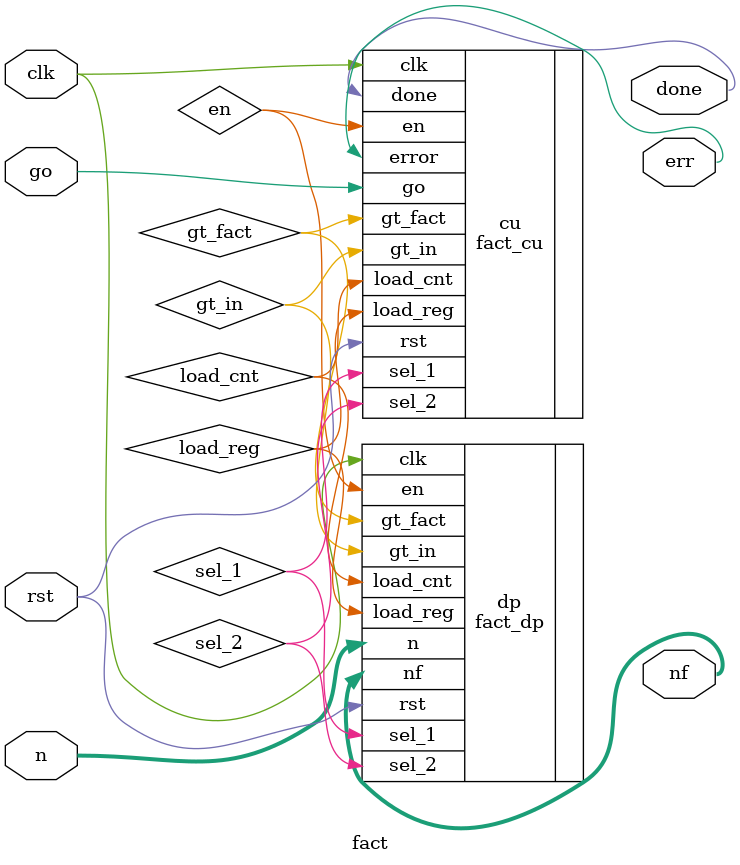
<source format=sv>
module fact #(
    parameter int WIDTH = 32
) (
    input clk,
    input rst,
    input [WIDTH-1:0] n,
    input go,

    output done,
    output err,
    output [WIDTH-1:0] nf
);
  wire load_cnt;
  wire en;
  wire sel_1;
  wire load_reg;
  wire sel_2;
  wire gt_in;
  wire gt_fact;

  fact_cu cu (
      .clk(clk),
      .rst(rst),
      .go(go),
      .gt_in(gt_in),
      .gt_fact(gt_fact),
      .load_cnt(load_cnt),
      .en(en),
      .sel_1(sel_1),
      .load_reg(load_reg),
      .sel_2(sel_2),
      .done(done),
      .error(err)
  );

  fact_dp #(
      .WIDTH(WIDTH)
  ) dp (
      .clk(clk),
      .rst(rst),
      .load_cnt(load_cnt),
      .en(en),
      .sel_1(sel_1),
      .load_reg(load_reg),
      .sel_2(sel_2),
      .n(n),
      .gt_in(gt_in),
      .gt_fact(gt_fact),
      .nf(nf)
  );
endmodule

</source>
